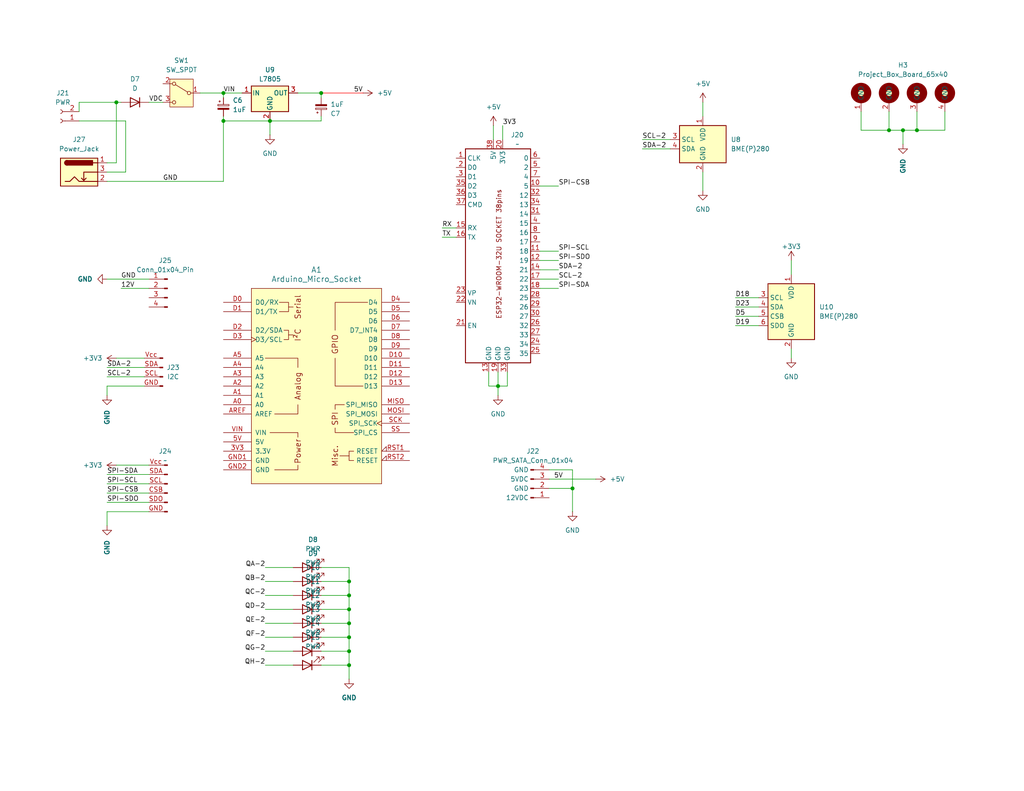
<source format=kicad_sch>
(kicad_sch (version 20231120) (generator "eeschema") (generator_version "8.0")
  (paper "USLetter")
  (title_block (title "ESP32 Sensor Node") (date "2024-07-03") (rev "v2.0") (comment 1 "ESP32-WROOM-32U DevKit"))
  (lib_symbols
    (symbol "+3V3_2" (power) (pin_numbers hide) (pin_names (offset 0) hide)
      (property "Value" "+3V3" (at 0 3.556 0))
      (symbol "+3V3_2_0_1"
        (polyline (pts (xy -0.762 1.27) (xy 0 2.54)))
        (polyline (pts (xy 0 0) (xy 0 2.54)))
        (polyline (pts (xy 0 2.54) (xy 0.762 1.27)))
      )
      (symbol "+3V3_2_1_1"
        (pin power_in line (at 0 0 90) (length 0) (name "~") (number "1"))
      )
    )
    (symbol "+5V_2" (power) (pin_numbers hide) (pin_names (offset 0) hide)
      (property "Value" "+5V" (at 0 3.556 0))
      (symbol "+5V_2_0_1"
        (polyline (pts (xy -0.762 1.27) (xy 0 2.54)))
        (polyline (pts (xy 0 0) (xy 0 2.54)))
        (polyline (pts (xy 0 2.54) (xy 0.762 1.27)))
      )
      (symbol "+5V_2_1_1"
        (pin power_in line (at 0 0 90) (length 0) (name "~") (number "1"))
      )
    )
    (symbol "Alexander Symbol Library:BME(P)280"
      (property "Reference" "U" (at -7.62 10.16 0))
      (property "Value" "BME(P)280" (at 5.08 10.16 0))
      (symbol "BME(P)280_0_1"
        (rectangle (start -7.62 7.62) (end 5.08 -2.54) (stroke (width 0.254)) (fill (type background)))
      )
      (symbol "BME(P)280_1_1"
        (pin power_in line (at -1.27 10.16 270) (length 2.54) (name "VDD") (number "1"))
        (pin power_out line (at -1.27 -5.08 90) (length 2.54) (name "GND") (number "2"))
        (pin input line (at -10.16 3.81 0) (length 2.54) (name "SCL") (number "3"))
        (pin bidirectional line (at -10.16 1.27 0) (length 2.54) (name "SDA") (number "4"))
      )
    )
    (symbol "Alexander Symbol Library:ESP32-WROOM-32U-38pins"
      (property "Reference" "J20" (at 13.6241 62.23 0))
      (property "Value" "~" (at 13.6241 59.69 0))
      (symbol "ESP32-WROOM-32U-38pins_0_1"
        (rectangle (start 0 58.42) (end 17.78 0) (stroke (width 0.254)))
      )
      (symbol "ESP32-WROOM-32U-38pins_1_1"
        (text "ESP32-WROOM-32U SOCKET 38pins" (at 9.144 29.718 900) (effects (font (size 1.27 1.27))))
        (pin input line (at -2.54 55.88 0) (length 2.54) (name "CLK") (number "1"))
        (pin bidirectional line (at 20.32 48.26 180) (length 2.54) (name "5") (number "10"))
        (pin bidirectional line (at 20.32 30.48 180) (length 2.54) (name "18") (number "11"))
        (pin bidirectional line (at 20.32 27.94 180) (length 2.54) (name "19") (number "12"))
        (pin power_out line (at 6.35 -2.54 90) (length 2.54) (name "GND") (number "13"))
        (pin bidirectional line (at 20.32 25.4 180) (length 2.54) (name "21") (number "14"))
        (pin bidirectional line (at -2.54 36.83 0) (length 2.54) (name "RX") (number "15"))
        (pin bidirectional line (at -2.54 34.29 0) (length 2.54) (name "TX") (number "16"))
        (pin bidirectional line (at 20.32 22.86 180) (length 2.54) (name "22") (number "17"))
        (pin bidirectional line (at 20.32 20.32 180) (length 2.54) (name "23") (number "18"))
        (pin power_out line (at 8.89 -2.54 90) (length 2.54) (name "GND") (number "19"))
        (pin bidirectional line (at -2.54 53.34 0) (length 2.54) (name "D0") (number "2"))
        (pin power_in line (at 10.16 60.96 270) (length 2.54) (name "3V3") (number "20"))
        (pin bidirectional line (at -2.54 10.16 0) (length 2.54) (name "EN") (number "21"))
        (pin bidirectional line (at -2.54 16.51 0) (length 2.54) (name "VN") (number "22"))
        (pin bidirectional line (at -2.54 19.05 0) (length 2.54) (name "VP") (number "23"))
        (pin bidirectional line (at 20.32 5.08 180) (length 2.54) (name "34") (number "24"))
        (pin bidirectional line (at 20.32 2.54 180) (length 2.54) (name "35") (number "25"))
        (pin bidirectional line (at 20.32 10.16 180) (length 2.54) (name "32") (number "26"))
        (pin bidirectional line (at 20.32 7.62 180) (length 2.54) (name "33") (number "27"))
        (pin bidirectional line (at 20.32 17.78 180) (length 2.54) (name "25") (number "28"))
        (pin bidirectional line (at 20.32 15.24 180) (length 2.54) (name "26") (number "29"))
        (pin bidirectional line (at -2.54 50.8 0) (length 2.54) (name "D1") (number "3"))
        (pin bidirectional line (at 20.32 12.7 180) (length 2.54) (name "27") (number "30"))
        (pin bidirectional line (at 20.32 40.64 180) (length 2.54) (name "14") (number "31"))
        (pin bidirectional line (at 20.32 45.72 180) (length 2.54) (name "12") (number "32"))
        (pin power_out line (at 11.43 -2.54 90) (length 2.54) (name "GND") (number "33"))
        (pin bidirectional line (at 20.32 43.18 180) (length 2.54) (name "13") (number "34"))
        (pin bidirectional line (at -2.54 48.26 0) (length 2.54) (name "D2") (number "35"))
        (pin bidirectional line (at -2.54 45.72 0) (length 2.54) (name "D3") (number "36"))
        (pin bidirectional line (at -2.54 43.18 0) (length 2.54) (name "CMD") (number "37"))
        (pin power_in line (at 7.62 60.96 270) (length 2.54) (name "5V") (number "38"))
        (pin bidirectional line (at 20.32 38.1 180) (length 2.54) (name "15") (number "4"))
        (pin bidirectional line (at 20.32 53.34 180) (length 2.54) (name "2") (number "5"))
        (pin bidirectional line (at 20.32 55.88 180) (length 2.54) (name "0") (number "6"))
        (pin bidirectional line (at 20.32 50.8 180) (length 2.54) (name "4") (number "7"))
        (pin bidirectional line (at 20.32 35.56 180) (length 2.54) (name "16") (number "8"))
        (pin bidirectional line (at 20.32 33.02 180) (length 2.54) (name "17") (number "9"))
      )
    )
    (symbol "Alexander_Library_Symbols:BME(P)280"
      (property "Reference" "U" (at -7.62 10.16 0))
      (property "Value" "BME(P)280" (at 5.08 10.16 0))
      (symbol "BME(P)280_0_1"
        (rectangle (start -7.62 7.62) (end 5.08 -7.62) (stroke (width 0.254)) (fill (type background)))
      )
      (symbol "BME(P)280_1_1"
        (pin power_in line (at -1.27 10.16 270) (length 2.54) (name "VDD") (number "1"))
        (pin power_out line (at -1.27 -10.16 90) (length 2.54) (name "GND") (number "2"))
        (pin input line (at -10.16 3.81 0) (length 2.54) (name "SCL") (number "3"))
        (pin bidirectional line (at -10.16 1.27 0) (length 2.54) (name "SDA") (number "4"))
        (pin input line (at -10.16 -1.27 0) (length 2.54) (name "CSB") (number "5"))
        (pin input line (at -10.16 -3.81 0) (length 2.54) (name "SDO") (number "6"))
      )
    )
    (symbol "Alexander_Library_Symbols:Conn_I2C_01x04" (pin_names (offset 1.016) hide)
      (property "Reference" "J" (at 0 5.08 0))
      (property "Value" "I2C" (at 0 -7.62 0))
      (symbol "Conn_I2C_01x04_1_1"
        (polyline (pts (xy 1.27 -5.08) (xy 0.8636 -5.08)) (stroke (width 0.1524)))
        (polyline (pts (xy 1.27 -2.54) (xy 0.8636 -2.54)) (stroke (width 0.1524)))
        (polyline (pts (xy 1.27 0) (xy 0.8636 0)) (stroke (width 0.1524)))
        (polyline (pts (xy 1.27 2.54) (xy 0.8636 2.54)) (stroke (width 0.1524)))
        (rectangle (start 0.8636 -4.953) (end 0 -5.207) (stroke (width 0.1524)) (fill (type outline)))
        (rectangle (start 0.8636 -2.413) (end 0 -2.667) (stroke (width 0.1524)) (fill (type outline)))
        (rectangle (start 0.8636 0.127) (end 0 -0.127) (stroke (width 0.1524)) (fill (type outline)))
        (rectangle (start 0.8636 2.667) (end 0 2.413) (stroke (width 0.1524)) (fill (type outline)))
        (pin power_out line (at 5.08 -5.08 180) (length 3.81) (name "GND") (number "GND"))
        (pin bidirectional line (at 5.08 -2.54 180) (length 3.81) (name "SCL") (number "SCL"))
        (pin bidirectional line (at 5.08 0 180) (length 3.81) (name "SDA") (number "SDA"))
        (pin power_in line (at 5.08 2.54 180) (length 3.81) (name "VCC") (number "Vcc"))
      )
    )
    (symbol "Alexander_Library_Symbols:PWR_SATA_Conn_01x04" (pin_names (offset 1.778)) (exclude_from_sim yes)
      (property "Reference" "J" (at 0 -7.62 0))
      (property "Value" "PWR_SATA_Conn_01x04" (at 0 5.08 0))
      (symbol "PWR_SATA_Conn_01x04_1_1"
        (rectangle (start 0 -4.953) (end 0.8636 -5.207) (stroke (width 0.1524)) (fill (type outline)))
        (rectangle (start 0 -2.413) (end 0.8636 -2.667) (stroke (width 0.1524)) (fill (type outline)))
        (polyline (pts (xy 1.27 -5.08) (xy 0.8636 -5.08)) (stroke (width 0.1524)))
        (polyline (pts (xy 1.27 -2.54) (xy 0.8636 -2.54)) (stroke (width 0.1524)))
        (polyline (pts (xy 1.27 0) (xy 0.8636 0)) (stroke (width 0.1524)))
        (polyline (pts (xy 1.27 2.54) (xy 0.8636 2.54)) (stroke (width 0.1524)))
        (rectangle (start 0 0.127) (end 0.8636 -0.127) (stroke (width 0.1524)) (fill (type outline)))
        (rectangle (start 0 2.667) (end 0.8636 2.413) (stroke (width 0.1524)) (fill (type outline)))
        (pin passive line (at 5.08 -5.08 180) (length 3.81) (name "12VDC") (number "1"))
        (pin passive line (at 5.08 -2.54 180) (length 3.81) (name "GND") (number "2"))
        (pin passive line (at 5.08 0 180) (length 3.81) (name "5VDC") (number "3"))
        (pin passive line (at 5.08 2.54 180) (length 3.81) (name "GND") (number "4"))
      )
    )
    (symbol "Alexander_Library_Symbols:Project_Box_Board_65x40"
      (property "Reference" "H" (at 0 7.62 0))
      (property "Value" "Project_Box_Board_65x40" (at 0 5.08 0))
      (symbol "Project_Box_Board_65x40_0_1"
        (circle (center -11.43 -1.27) (radius 1.27) (fill (type background)))
        (circle (center -11.43 -1.27) (radius 1.7961) (stroke (width 2)))
        (circle (center -3.81 -1.27) (radius 1.27) (fill (type background)))
        (circle (center -3.81 -1.27) (radius 1.7961) (stroke (width 2)))
        (circle (center 3.81 -1.27) (radius 1.27) (fill (type background)))
        (circle (center 3.81 -1.27) (radius 1.7961) (stroke (width 2)))
        (circle (center 11.43 -1.27) (radius 1.27) (fill (type background)))
        (circle (center 11.43 -1.27) (radius 1.7961) (stroke (width 2)))
      )
      (symbol "Project_Box_Board_65x40_1_1"
        (pin passive line (at -11.43 -6.35 90) (length 2.54) (name "GND") (number "1"))
        (pin passive line (at -3.81 -6.35 90) (length 2.54) (name "GND") (number "2"))
        (pin passive line (at 3.81 -6.35 90) (length 2.54) (name "GND") (number "3"))
        (pin passive line (at 11.43 -6.35 90) (length 2.54) (name "GND") (number "4"))
      )
    )
    (symbol "Alexander_Library_Symbols:SW_SPDT" (pin_names (offset 0) hide)
      (property "Reference" "SW" (at 0 5.08 0))
      (property "Value" "SW_SPDT" (at 0 -5.08 0))
      (symbol "SW_SPDT_0_1"
        (circle (center -2.032 0) (radius 0.4572))
        (polyline (pts (xy -1.651 0.254) (xy 1.651 2.286)))
        (circle (center 2.032 -2.54) (radius 0.4572))
        (circle (center 2.032 2.54) (radius 0.4572))
      )
      (symbol "SW_SPDT_1_1"
        (rectangle (start -3.175 3.81) (end 3.175 -3.81) (fill (type background)))
        (pin passive line (at -5.08 0 0) (length 2.54) (name "COM") (number "1"))
        (pin passive line (at 5.08 2.54 180) (length 2.54) (name "A") (number "2"))
        (pin passive line (at 5.08 -2.54 180) (length 2.54) (name "B") (number "3"))
      )
    )
    (symbol "Conn_01x04_Pin_1" (pin_names (offset 1.016) hide)
      (property "Reference" "J" (at 0 5.08 0))
      (property "Value" "Conn_01x04_Pin" (at 0 -7.62 0))
      (symbol "Conn_01x04_Pin_1_1_1"
        (polyline (pts (xy 1.27 -5.08) (xy 0.8636 -5.08)) (stroke (width 0.1524)))
        (polyline (pts (xy 1.27 -2.54) (xy 0.8636 -2.54)) (stroke (width 0.1524)))
        (polyline (pts (xy 1.27 0) (xy 0.8636 0)) (stroke (width 0.1524)))
        (polyline (pts (xy 1.27 2.54) (xy 0.8636 2.54)) (stroke (width 0.1524)))
        (rectangle (start 0.8636 -4.953) (end 0 -5.207) (stroke (width 0.1524)) (fill (type outline)))
        (rectangle (start 0.8636 -2.413) (end 0 -2.667) (stroke (width 0.1524)) (fill (type outline)))
        (rectangle (start 0.8636 0.127) (end 0 -0.127) (stroke (width 0.1524)) (fill (type outline)))
        (rectangle (start 0.8636 2.667) (end 0 2.413) (stroke (width 0.1524)) (fill (type outline)))
        (pin passive line (at 5.08 2.54 180) (length 3.81) (name "Pin_1") (number "1"))
        (pin passive line (at 5.08 0 180) (length 3.81) (name "Pin_2") (number "2"))
        (pin passive line (at 5.08 -2.54 180) (length 3.81) (name "Pin_3") (number "3"))
        (pin passive line (at 5.08 -5.08 180) (length 3.81) (name "Pin_4") (number "4"))
      )
    )
    (symbol "Conn_SPI_1" (pin_names hide)
      (property "Reference" "J" (at 0 0 0))
      (symbol "Conn_SPI_1_1_1"
        (polyline (pts (xy 1.27 5.08) (xy 0.8636 5.08)) (stroke (width 0.1524)))
        (polyline (pts (xy 1.27 7.62) (xy 0.8636 7.62)) (stroke (width 0.1524)))
        (polyline (pts (xy 1.27 10.16) (xy 0.8636 10.16)) (stroke (width 0.1524)))
        (polyline (pts (xy 1.27 12.7) (xy 0.8636 12.7)) (stroke (width 0.1524)))
        (polyline (pts (xy 1.27 15.24) (xy 0.8636 15.24)) (stroke (width 0.1524)))
        (polyline (pts (xy 1.27 17.78) (xy 0.8636 17.78)) (stroke (width 0.1524)))
        (rectangle (start 0 10.287) (end 0.8636 10.033) (stroke (width 0.1524)) (fill (type outline)))
        (rectangle (start 0 12.827) (end 0.8636 12.573) (stroke (width 0.1524)) (fill (type outline)))
        (rectangle (start 0.8636 5.207) (end 0 4.953) (stroke (width 0.1524)) (fill (type outline)))
        (rectangle (start 0.8636 7.747) (end 0 7.493) (stroke (width 0.1524)) (fill (type outline)))
        (rectangle (start 0.8636 15.367) (end 0 15.113) (stroke (width 0.1524)) (fill (type outline)))
        (rectangle (start 0.8636 17.907) (end 0 17.653) (stroke (width 0.1524)) (fill (type outline)))
        (pin bidirectional line (at 5.08 10.16 180) (length 3.81) (name "CSB") (number "CSB"))
        (pin power_out line (at 5.08 5.08 180) (length 3.81) (name "GND") (number "GND"))
        (pin bidirectional line (at 5.08 12.7 180) (length 3.81) (name "SCL") (number "SCL"))
        (pin bidirectional line (at 5.08 15.24 180) (length 3.81) (name "SDA") (number "SDA"))
        (pin bidirectional line (at 5.08 7.62 180) (length 3.81) (name "SDO") (number "SDO"))
        (pin power_in line (at 5.08 17.78 180) (length 3.81) (name "VCC") (number "Vcc"))
      )
    )
    (symbol "Connector:Barrel_Jack_Switch" (pin_names hide)
      (property "Reference" "J" (at 0 5.334 0))
      (property "Value" "Barrel_Jack_Switch" (at 0 -5.08 0))
      (symbol "Barrel_Jack_Switch_0_1"
        (rectangle (start -5.08 3.81) (end 5.08 -3.81) (stroke (width 0.254)) (fill (type background)))
        (arc (start -3.302 3.175) (mid -3.9343 2.54) (end -3.302 1.905) (stroke (width 0.254)))
        (arc (start -3.302 3.175) (mid -3.9343 2.54) (end -3.302 1.905) (stroke (width 0.254)) (fill (type outline)))
        (polyline (pts (xy 1.27 -2.286) (xy 1.905 -1.651)) (stroke (width 0.254)))
        (polyline (pts (xy 5.08 2.54) (xy 3.81 2.54)) (stroke (width 0.254)))
        (polyline (pts (xy 5.08 0) (xy 1.27 0) (xy 1.27 -2.286) (xy 0.635 -1.651)) (stroke (width 0.254)))
        (polyline (pts (xy -3.81 -2.54) (xy -2.54 -2.54) (xy -1.27 -1.27) (xy 0 -2.54) (xy 2.54 -2.54) (xy 5.08 -2.54)) (stroke (width 0.254)))
        (rectangle (start 3.683 3.175) (end -3.302 1.905) (stroke (width 0.254)) (fill (type outline)))
      )
      (symbol "Barrel_Jack_Switch_1_1"
        (pin passive line (at 7.62 2.54 180) (length 2.54) (name "~") (number "1"))
        (pin passive line (at 7.62 -2.54 180) (length 2.54) (name "~") (number "2"))
        (pin passive line (at 7.62 0 180) (length 2.54) (name "~") (number "3"))
      )
    )
    (symbol "Connector:Conn_01x02_Socket" (pin_names (offset 1.016) hide)
      (property "Reference" "J" (at 0 2.54 0))
      (property "Value" "Conn_01x02_Socket" (at 0 -5.08 0))
      (symbol "Conn_01x02_Socket_1_1"
        (arc (start 0 -2.032) (mid -0.5058 -2.54) (end 0 -3.048) (stroke (width 0.1524)))
        (polyline (pts (xy -1.27 -2.54) (xy -0.508 -2.54)) (stroke (width 0.1524)))
        (polyline (pts (xy -1.27 0) (xy -0.508 0)) (stroke (width 0.1524)))
        (arc (start 0 0.508) (mid -0.5058 0) (end 0 -0.508) (stroke (width 0.1524)))
        (pin passive line (at -5.08 0 0) (length 3.81) (name "Pin_1") (number "1"))
        (pin passive line (at -5.08 -2.54 0) (length 3.81) (name "Pin_2") (number "2"))
      )
    )
    (symbol "Device:C_Polarized_Small" (pin_numbers hide) (pin_names (offset 0.254) hide)
      (property "Reference" "C" (at 0.254 1.778 0))
      (property "Value" "C_Polarized_Small" (at 0.254 -2.032 0))
      (symbol "C_Polarized_Small_0_1"
        (rectangle (start -1.524 -0.3048) (end 1.524 -0.6858) (fill (type outline)))
        (rectangle (start -1.524 0.6858) (end 1.524 0.3048))
        (polyline (pts (xy -1.27 1.524) (xy -0.762 1.524)))
        (polyline (pts (xy -1.016 1.27) (xy -1.016 1.778)))
      )
      (symbol "C_Polarized_Small_1_1"
        (pin passive line (at 0 2.54 270) (length 1.8542) (name "~") (number "1"))
        (pin passive line (at 0 -2.54 90) (length 1.8542) (name "~") (number "2"))
      )
    )
    (symbol "Device:D" (pin_numbers hide) (pin_names (offset 1.016) hide)
      (property "Reference" "D" (at 0 2.54 0))
      (property "Value" "D" (at 0 -2.54 0))
      (symbol "D_0_1"
        (polyline (pts (xy -1.27 1.27) (xy -1.27 -1.27)) (stroke (width 0.254)))
        (polyline (pts (xy 1.27 0) (xy -1.27 0)))
        (polyline (pts (xy 1.27 1.27) (xy 1.27 -1.27) (xy -1.27 0) (xy 1.27 1.27)) (stroke (width 0.254)))
      )
      (symbol "D_1_1"
        (pin passive line (at -3.81 0 0) (length 2.54) (name "K") (number "1"))
        (pin passive line (at 3.81 0 180) (length 2.54) (name "A") (number "2"))
      )
    )
    (symbol "Device:LED" (pin_numbers hide) (pin_names (offset 1.016) hide)
      (property "Reference" "D" (at 0 2.54 0))
      (property "Value" "LED" (at 0 -2.54 0))
      (symbol "LED_0_1"
        (polyline (pts (xy -1.27 -1.27) (xy -1.27 1.27)) (stroke (width 0.254)))
        (polyline (pts (xy -1.27 0) (xy 1.27 0)))
        (polyline (pts (xy 1.27 -1.27) (xy 1.27 1.27) (xy -1.27 0) (xy 1.27 -1.27)) (stroke (width 0.254)))
        (polyline (pts (xy -3.048 -0.762) (xy -4.572 -2.286) (xy -3.81 -2.286) (xy -4.572 -2.286) (xy -4.572 -1.524)))
        (polyline (pts (xy -1.778 -0.762) (xy -3.302 -2.286) (xy -2.54 -2.286) (xy -3.302 -2.286) (xy -3.302 -1.524)))
      )
      (symbol "LED_1_1"
        (pin passive line (at -3.81 0 0) (length 2.54) (name "K") (number "1"))
        (pin passive line (at 3.81 0 180) (length 2.54) (name "A") (number "2"))
      )
    )
    (symbol "GND_4" (power) (pin_numbers hide) (pin_names (offset 0) hide)
      (property "Value" "GND" (at 0 -3.81 0))
      (symbol "GND_4_0_1"
        (polyline (pts (xy 0 0) (xy 0 -1.27) (xy 1.27 -1.27) (xy 0 -2.54) (xy -1.27 -1.27) (xy 0 -1.27)))
      )
      (symbol "GND_4_1_1"
        (pin power_in line (at 0 0 270) (length 0) (name "~") (number "1"))
      )
    )
    (symbol "GND_7" (power) (pin_numbers hide) (pin_names (offset 0) hide)
      (property "Value" "GND" (at 0 -3.81 0))
      (symbol "GND_7_0_1"
        (polyline (pts (xy 0 0) (xy 0 -1.27) (xy 1.27 -1.27) (xy 0 -2.54) (xy -1.27 -1.27) (xy 0 -1.27)))
      )
      (symbol "GND_7_1_1"
        (pin power_in line (at 0 0 270) (length 0) (name "~") (number "1"))
      )
    )
    (symbol "PCM_arduino-library:Arduino_Micro_Socket" (pin_names (offset 1.016))
      (property "Reference" "A" (at 0 33.02 0))
      (property "Value" "Arduino_Micro_Socket" (at 0 29.21 0))
      (symbol "Arduino_Micro_Socket_0_0"
        (rectangle (start -17.78 26.67) (end 17.78 -26.67) (fill (type background)))
        (polyline (pts (xy -7.62 13.97) (xy -6.35 13.97)))
        (polyline (pts (xy -7.62 21.59) (xy -6.35 21.59)))
        (polyline (pts (xy 8.89 -19.05) (xy 6.35 -19.05)))
        (polyline (pts (xy -11.43 -22.86) (xy -5.08 -22.86) (xy -5.08 -21.59)))
        (polyline (pts (xy -5.08 -13.97) (xy -5.08 -12.7) (xy -12.7 -12.7)))
        (polyline (pts (xy -5.08 -5.08) (xy -5.08 -7.62) (xy -11.43 -7.62)))
        (polyline (pts (xy -5.08 5.08) (xy -5.08 7.62) (xy -13.97 7.62)))
        (polyline (pts (xy 5.08 -11.43) (xy 5.08 -12.7) (xy 10.16 -12.7)))
        (polyline (pts (xy 5.08 7.62) (xy 5.08 0) (xy 12.7 0)))
        (polyline (pts (xy 7.62 -5.08) (xy 5.08 -5.08) (xy 5.08 -6.35)))
        (polyline (pts (xy 13.97 22.86) (xy 5.08 22.86) (xy 5.08 15.24)))
        (polyline (pts (xy -10.16 22.86) (xy -7.62 22.86) (xy -7.62 20.32) (xy -10.16 20.32)))
        (polyline (pts (xy -8.89 15.24) (xy -7.62 15.24) (xy -7.62 12.7) (xy -8.89 12.7)))
        (text "Analog" (at -5.08 0 900) (effects (font (size 1.524 1.524))))
        (text "I²C" (at -5.08 13.97 900) (effects (font (size 1.524 1.524))))
        (text "Misc." (at 5.08 -19.05 900) (effects (font (size 1.524 1.524))))
        (text "Power" (at -5.08 -17.78 900) (effects (font (size 1.524 1.524))))
        (text "Serial" (at -5.08 21.59 900) (effects (font (size 1.524 1.524))))
        (text "SPI" (at 5.08 -8.89 900) (effects (font (size 1.524 1.524))))
      )
      (symbol "Arduino_Micro_Socket_0_1"
        (polyline (pts (xy 10.16 -17.78) (xy 8.89 -17.78) (xy 8.89 -20.32) (xy 10.16 -20.32)))
      )
      (symbol "Arduino_Micro_Socket_1_0"
        (text "GPIO" (at 5.08 11.43 900) (effects (font (size 1.524 1.524))))
      )
      (symbol "Arduino_Micro_Socket_1_1"
        (pin power_out line (at -25.4 -17.78 0) (length 7.62) (name "3.3V") (number "3V3"))
        (pin power_in line (at -25.4 -15.24 0) (length 7.62) (name "5V") (number "5V"))
        (pin bidirectional line (at -25.4 -5.08 0) (length 7.62) (name "A0") (number "A0"))
        (pin bidirectional line (at -25.4 -2.54 0) (length 7.62) (name "A1") (number "A1"))
        (pin bidirectional line (at -25.4 0 0) (length 7.62) (name "A2") (number "A2"))
        (pin bidirectional line (at -25.4 2.54 0) (length 7.62) (name "A3") (number "A3"))
        (pin bidirectional line (at -25.4 5.08 0) (length 7.62) (name "A4") (number "A4"))
        (pin bidirectional line (at -25.4 7.62 0) (length 7.62) (name "A5") (number "A5"))
        (pin input line (at -25.4 -7.62 0) (length 7.62) (name "AREF") (number "AREF"))
        (pin bidirectional line (at -25.4 22.86 0) (length 7.62) (name "D0/RX") (number "D0"))
        (pin bidirectional line (at -25.4 20.32 0) (length 7.62) (name "D1/TX") (number "D1"))
        (pin bidirectional line (at 25.4 7.62 180) (length 7.62) (name "D10") (number "D10"))
        (pin bidirectional line (at 25.4 5.08 180) (length 7.62) (name "D11") (number "D11"))
        (pin bidirectional line (at 25.4 2.54 180) (length 7.62) (name "D12") (number "D12"))
        (pin bidirectional line (at 25.4 0 180) (length 7.62) (name "D13") (number "D13"))
        (pin bidirectional line (at -25.4 15.24 0) (length 7.62) (name "D2/SDA") (number "D2"))
        (pin bidirectional clock (at -25.4 12.7 0) (length 7.62) (name "D3/SCL") (number "D3"))
        (pin bidirectional line (at 25.4 22.86 180) (length 7.62) (name "D4") (number "D4"))
        (pin bidirectional line (at 25.4 20.32 180) (length 7.62) (name "D5") (number "D5"))
        (pin bidirectional line (at 25.4 17.78 180) (length 7.62) (name "D6") (number "D6"))
        (pin bidirectional line (at 25.4 15.24 180) (length 7.62) (name "D7_INT4") (number "D7"))
        (pin bidirectional line (at 25.4 12.7 180) (length 7.62) (name "D8") (number "D8"))
        (pin bidirectional line (at 25.4 10.16 180) (length 7.62) (name "D9") (number "D9"))
        (pin power_in line (at -25.4 -20.32 0) (length 7.62) (name "GND") (number "GND1"))
        (pin power_in line (at -25.4 -22.86 0) (length 7.62) (name "GND") (number "GND2"))
        (pin input line (at 25.4 -5.08 180) (length 7.62) (name "SPI_MISO") (number "MISO"))
        (pin output line (at 25.4 -7.62 180) (length 7.62) (name "SPI_MOSI") (number "MOSI"))
        (pin open_collector input_low (at 25.4 -17.78 180) (length 7.62) (name "RESET") (number "RST1"))
        (pin open_collector input_low (at 25.4 -20.32 180) (length 7.62) (name "RESET") (number "RST2"))
        (pin output clock (at 25.4 -10.16 180) (length 7.62) (name "SPI_SCK") (number "SCK"))
        (pin bidirectional line (at 25.4 -12.7 180) (length 7.62) (name "SPI_CS") (number "SS"))
        (pin power_in line (at -25.4 -12.7 0) (length 7.62) (name "VIN") (number "VIN"))
      )
    )
    (symbol "Regulator_Linear:L7805" (pin_names (offset 0.254))
      (property "Reference" "U4" (at 0 6.35 0))
      (property "Value" "L7805" (at 0 3.81 0))
      (symbol "L7805_0_1"
        (rectangle (start -5.08 1.905) (end 5.08 -5.08) (stroke (width 0.254)) (fill (type background)))
      )
      (symbol "L7805_1_1"
        (pin power_in line (at -7.62 0 0) (length 2.54) (name "IN") (number "1"))
        (pin power_in line (at 0 -7.62 90) (length 2.54) (name "GND") (number "2"))
        (pin power_out line (at 7.62 0 180) (length 2.54) (name "OUT") (number "3"))
      )
    )
    (symbol "power:+3V3" (power) (pin_names (offset 0))
      (property "Value" "+3V3" (at 0 3.556 0))
      (symbol "+3V3_0_1"
        (polyline (pts (xy -0.762 1.27) (xy 0 2.54)))
        (polyline (pts (xy 0 0) (xy 0 2.54)))
        (polyline (pts (xy 0 2.54) (xy 0.762 1.27)))
      )
      (symbol "+3V3_1_1"
        (pin power_in line (at 0 0 90) (length 0) hide (name "+3V3") (number "1"))
      )
    )
    (symbol "power:GND" (power) (pin_names (offset 0))
      (property "Value" "GND" (at 0 -3.81 0))
      (symbol "GND_0_1"
        (polyline (pts (xy 0 0) (xy 0 -1.27) (xy 1.27 -1.27) (xy 0 -2.54) (xy -1.27 -1.27) (xy 0 -1.27)))
      )
      (symbol "GND_1_1"
        (pin power_in line (at 0 0 270) (length 0) hide (name "GND") (number "1"))
      )
    )
  )
  (junction (at 95.25 158.75))
  (junction (at 95.25 166.37))
  (junction (at 60.96 33.02))
  (junction (at 242.57 35.56))
  (junction (at 95.25 162.56))
  (junction (at 87.63 25.4))
  (junction (at 95.25 177.8))
  (junction (at 250.19 35.56))
  (junction (at 135.89 105.41))
  (junction (at 156.21 133.35))
  (junction (at 31.75 27.94))
  (junction (at 95.25 173.99))
  (junction (at 95.25 181.61))
  (junction (at 95.25 170.18))
  (junction (at 73.66 33.02))
  (junction (at 246.38 35.56))
  (junction (at 60.96 25.4))
  (wire (pts (xy 29.21 134.62) (xy 40.64 134.62)))
  (wire (pts (xy 147.32 68.58) (xy 152.4 68.58)))
  (wire (pts (xy 95.25 181.61) (xy 95.25 185.42)))
  (wire (pts (xy 147.32 78.74) (xy 152.4 78.74)))
  (wire (pts (xy 87.63 166.37) (xy 95.25 166.37)))
  (wire (pts (xy 95.25 173.99) (xy 95.25 177.8)))
  (wire (pts (xy 200.66 83.82) (xy 207.01 83.82)))
  (wire (pts (xy 60.96 25.4) (xy 66.04 25.4)))
  (wire (pts (xy 95.25 154.94) (xy 95.25 158.75)))
  (wire (pts (xy 246.38 39.37) (xy 246.38 35.56)))
  (wire (pts (xy 29.21 76.2) (xy 40.64 76.2)))
  (wire (pts (xy 134.62 34.29) (xy 134.62 38.1)))
  (wire (pts (xy 257.81 35.56) (xy 250.19 35.56)))
  (wire (pts (xy 147.32 50.8) (xy 152.4 50.8)))
  (wire (pts (xy 72.39 166.37) (xy 80.01 166.37)))
  (wire (pts (xy 133.35 105.41) (xy 135.89 105.41)))
  (wire (pts (xy 120.65 64.77) (xy 124.46 64.77)))
  (wire (pts (xy 147.32 76.2) (xy 152.4 76.2)))
  (wire (pts (xy 87.63 33.02) (xy 73.66 33.02)))
  (wire (pts (xy 257.81 30.48) (xy 257.81 35.56)))
  (wire (pts (xy 29.21 137.16) (xy 40.64 137.16)))
  (wire (pts (xy 72.39 181.61) (xy 80.01 181.61)))
  (wire (pts (xy 147.32 73.66) (xy 152.4 73.66)))
  (wire (pts (xy 191.77 46.99) (xy 191.77 52.07)))
  (wire (pts (xy 34.29 33.02) (xy 34.29 46.99)))
  (wire (pts (xy 135.89 105.41) (xy 135.89 107.95)))
  (wire (pts (xy 87.63 181.61) (xy 95.25 181.61)))
  (wire (pts (xy 60.96 26.67) (xy 60.96 25.4)))
  (wire (pts (xy 72.39 158.75) (xy 80.01 158.75)))
  (wire (pts (xy 95.25 177.8) (xy 95.25 181.61)))
  (wire (pts (xy 215.9 95.25) (xy 215.9 97.79)))
  (wire (pts (xy 133.35 101.6) (xy 133.35 105.41)))
  (wire (pts (xy 156.21 128.27) (xy 156.21 133.35)))
  (wire (pts (xy 29.21 100.33) (xy 39.37 100.33)))
  (wire (pts (xy 72.39 173.99) (xy 80.01 173.99)))
  (wire (pts (xy 87.63 177.8) (xy 95.25 177.8)))
  (wire (pts (xy 87.63 158.75) (xy 95.25 158.75)))
  (wire (pts (xy 175.26 40.64) (xy 182.88 40.64)))
  (wire (pts (xy 156.21 133.35) (xy 156.21 139.7)))
  (wire (pts (xy 200.66 88.9) (xy 207.01 88.9)))
  (wire (pts (xy 149.86 130.81) (xy 162.56 130.81)))
  (wire (pts (xy 138.43 105.41) (xy 135.89 105.41)))
  (wire (pts (xy 29.21 44.45) (xy 31.75 44.45)))
  (wire (pts (xy 29.21 107.95) (xy 29.21 105.41)))
  (wire (pts (xy 21.59 30.48) (xy 21.59 27.94)))
  (wire (pts (xy 81.28 25.4) (xy 87.63 25.4)))
  (wire (pts (xy 87.63 25.4) (xy 87.63 26.67)))
  (wire (pts (xy 242.57 30.48) (xy 242.57 35.56)))
  (wire (pts (xy 34.29 46.99) (xy 29.21 46.99)))
  (wire (pts (xy 87.63 31.75) (xy 87.63 33.02)))
  (wire (pts (xy 31.75 44.45) (xy 31.75 27.94)))
  (wire (pts (xy 21.59 33.02) (xy 34.29 33.02)))
  (wire (pts (xy 87.63 25.4) (xy 99.06 25.4)) (stroke (width 0) (color 255 0 0 1)))
  (wire (pts (xy 149.86 133.35) (xy 156.21 133.35)))
  (wire (pts (xy 95.25 166.37) (xy 95.25 170.18)))
  (wire (pts (xy 29.21 139.7) (xy 40.64 139.7)))
  (wire (pts (xy 31.75 97.79) (xy 39.37 97.79)))
  (wire (pts (xy 60.96 33.02) (xy 73.66 33.02)))
  (wire (pts (xy 120.65 62.23) (xy 124.46 62.23)))
  (wire (pts (xy 215.9 71.12) (xy 215.9 74.93)))
  (wire (pts (xy 138.43 101.6) (xy 138.43 105.41)))
  (wire (pts (xy 21.59 27.94) (xy 31.75 27.94)))
  (wire (pts (xy 137.16 34.29) (xy 137.16 38.1)))
  (wire (pts (xy 72.39 162.56) (xy 80.01 162.56)))
  (wire (pts (xy 191.77 27.94) (xy 191.77 31.75)))
  (wire (pts (xy 54.61 25.4) (xy 60.96 25.4)))
  (wire (pts (xy 40.64 27.94) (xy 44.45 27.94)))
  (wire (pts (xy 73.66 33.02) (xy 73.66 36.83)))
  (wire (pts (xy 60.96 49.53) (xy 60.96 33.02)))
  (wire (pts (xy 147.32 71.12) (xy 152.4 71.12)))
  (wire (pts (xy 149.86 128.27) (xy 156.21 128.27)))
  (wire (pts (xy 250.19 35.56) (xy 246.38 35.56)))
  (wire (pts (xy 135.89 101.6) (xy 135.89 105.41)))
  (wire (pts (xy 31.75 127) (xy 40.64 127)))
  (wire (pts (xy 72.39 177.8) (xy 80.01 177.8)))
  (wire (pts (xy 80.01 154.94) (xy 72.39 154.94)))
  (wire (pts (xy 60.96 31.75) (xy 60.96 33.02)))
  (wire (pts (xy 95.25 170.18) (xy 95.25 173.99)))
  (wire (pts (xy 95.25 158.75) (xy 95.25 162.56)))
  (wire (pts (xy 200.66 86.36) (xy 207.01 86.36)))
  (wire (pts (xy 31.75 27.94) (xy 33.02 27.94)))
  (wire (pts (xy 200.66 81.28) (xy 207.01 81.28)))
  (wire (pts (xy 29.21 143.51) (xy 29.21 139.7)))
  (wire (pts (xy 242.57 35.56) (xy 246.38 35.56)))
  (wire (pts (xy 72.39 170.18) (xy 80.01 170.18)))
  (wire (pts (xy 175.26 38.1) (xy 182.88 38.1)))
  (wire (pts (xy 234.95 30.48) (xy 234.95 35.56)))
  (wire (pts (xy 95.25 162.56) (xy 95.25 166.37)))
  (wire (pts (xy 29.21 49.53) (xy 60.96 49.53)))
  (wire (pts (xy 87.63 162.56) (xy 95.25 162.56)))
  (wire (pts (xy 250.19 30.48) (xy 250.19 35.56)))
  (wire (pts (xy 87.63 173.99) (xy 95.25 173.99)))
  (wire (pts (xy 29.21 105.41) (xy 39.37 105.41)))
  (wire (pts (xy 87.63 154.94) (xy 95.25 154.94)))
  (wire (pts (xy 29.21 132.08) (xy 40.64 132.08)))
  (wire (pts (xy 33.02 78.74) (xy 40.64 78.74)))
  (wire (pts (xy 29.21 129.54) (xy 40.64 129.54)))
  (wire (pts (xy 29.21 102.87) (xy 39.37 102.87)))
  (wire (pts (xy 87.63 170.18) (xy 95.25 170.18)))
  (wire (pts (xy 234.95 35.56) (xy 242.57 35.56)))
  (label "SDA-2" (at 175.26 40.64 0))
  (label "SPI-SCL" (at 29.21 132.08 0))
  (label "5V" (at 96.52 25.4 0))
  (label "GND" (at 44.45 49.53 0))
  (label "QG-2" (at 72.39 177.8 180))
  (label "QA-2" (at 72.39 154.94 180))
  (label "SPI-CSB" (at 152.4 50.8 0))
  (label "QH-2" (at 72.39 181.61 180))
  (label "3V3" (at 137.16 34.29 0))
  (label "SCL-2" (at 152.4 76.2 0))
  (label "SPI-SDO" (at 152.4 71.12 0))
  (label "QF-2" (at 72.39 173.99 180))
  (label "VIN" (at 60.96 25.4 0))
  (label "QB-2" (at 72.39 158.75 180))
  (label "SPI-CSB" (at 29.21 134.62 0))
  (label "SPI-SDA" (at 152.4 78.74 0))
  (label "SPI-SDO" (at 29.21 137.16 0))
  (label "5V" (at 151.13 130.81 0))
  (label "SDA-2" (at 29.21 100.33 0))
  (label "D18" (at 200.66 81.28 0))
  (label "QD-2" (at 72.39 166.37 180))
  (label "D5" (at 200.66 86.36 0))
  (label "SCL-2" (at 29.21 102.87 0))
  (label "SDA-2" (at 152.4 73.66 0))
  (label "D23" (at 200.66 83.82 0))
  (label "SCL-2" (at 175.26 38.1 0))
  (label "GND" (at 33.02 76.2 0))
  (label "RX" (at 120.65 62.23 0))
  (label "TX" (at 120.65 64.77 0))
  (label "QE-2" (at 72.39 170.18 180))
  (label "QC-2" (at 72.39 162.56 180))
  (label "D19" (at 200.66 88.9 0))
  (label "SPI-SDA" (at 29.21 129.54 0))
  (label "SPI-SCL" (at 152.4 68.58 0))
  (label "12V" (at 33.02 78.74 0))
  (label "VDC" (at 40.64 27.94 0))
  (symbol (lib_id "Device:LED") (at 83.82 170.18 180) (unit 1) (on_board no)
    (property "Reference" "D12" (at 85.4075 162.56 0))
    (property "Value" "PWR" (at 85.4075 165.1 0))
    (property "Footprint" "LED_SMD:LED_1210_3225Metric_Pad1.42x2.65mm_HandSolder" (effects (hide yes)))
    (property "Description" "Light emitting diode" (effects (hide yes)))
  )
  (symbol (lib_name "GND_4") (lib_id "power:GND") (at 95.25 185.42 0) (unit 1)
    (property "Reference" "#PWR040" (effects (hide yes)))
    (property "Value" "GND" (at 95.25 190.5 0) (effects (font (bold yes))))
    (property "Description" "Power symbol creates a global label with name \"GND\" , ground" (effects (hide yes)))
  )
  (symbol (lib_id "Device:LED") (at 83.82 181.61 180) (unit 1) (on_board no)
    (property "Reference" "D15" (at 85.4075 173.99 0))
    (property "Value" "PWR" (at 85.4075 176.53 0))
    (property "Footprint" "LED_SMD:LED_1210_3225Metric_Pad1.42x2.65mm_HandSolder" (effects (hide yes)))
    (property "Description" "Light emitting diode" (effects (hide yes)))
  )
  (symbol (lib_id "Alexander_Library_Symbols:Conn_I2C_01x04") (at 44.45 100.33 0) (mirror y) (unit 1)
    (property "Reference" "J23" (at 47.244 100.33 0))
    (property "Value" "I2C" (at 47.244 102.87 0))
    (property "Footprint" "Alexander Footprint Library:Conn_I2C" (effects (hide yes)))
  )
  (symbol (lib_id "Alexander Symbol Library:ESP32-WROOM-32U-38pins") (at 127 99.06 0) (unit 1)
    (property "Reference" "J20" (at 139.3541 36.83 0) (effects (justify left)))
    (property "Value" "~" (at 140.6241 39.37 0) (effects (justify left)))
    (property "Footprint" "Alexander Footprint Library:Conn_ESP32_WROOM-DevKit-38pins" (effects (hide yes)))
    (property "Description" "Connector ESP32 WROOM 32D Module 38pins anthena" (effects (hide yes)))
  )
  (symbol (lib_id "Device:C_Polarized_Small") (at 60.96 29.21 0) (unit 1)
    (property "Reference" "C6" (at 63.5 27.3939 0) (effects (justify left)))
    (property "Value" "1uF" (at 63.5 29.9339 0) (effects (justify left)))
    (property "Footprint" "Capacitor_THT:CP_Radial_D4.0mm_P2.00mm" (effects (hide yes)))
  )
  (symbol (lib_id "Device:D") (at 36.83 27.94 180) (unit 1)
    (property "Reference" "D7" (at 36.83 21.59 0))
    (property "Value" "D" (at 36.83 24.13 0))
    (property "Footprint" "Diode_SMD:D_1210_3225Metric" (effects (hide yes)))
    (property "Description" "Diode" (effects (hide yes)))
    (property "Sim.Device" "D" (effects (hide yes)))
    (property "Sim.Pins" "1=K 2=A" (effects (hide yes)))
  )
  (symbol (lib_name "+5V_2") (lib_id "power:+5V") (at 99.06 25.4 270) (unit 1)
    (property "Reference" "#PWR039" (effects (hide yes)))
    (property "Value" "+5V" (at 102.87 25.3999 90) (effects (justify left)))
    (property "Description" "Power symbol creates a global label with name \"+5V\"" (effects (hide yes)))
  )
  (symbol (lib_id "power:GND") (at 29.21 76.2 270) (unit 1)
    (property "Reference" "#PWR036" (effects (hide yes)))
    (property "Value" "GND" (at 25.4 76.2 90) (effects (font (bold yes)) (justify right)))
  )
  (symbol (lib_id "Device:LED") (at 83.82 177.8 180) (unit 1) (on_board no)
    (property "Reference" "D14" (at 85.4075 170.18 0))
    (property "Value" "PWR" (at 85.4075 172.72 0))
    (property "Footprint" "LED_SMD:LED_1210_3225Metric_Pad1.42x2.65mm_HandSolder" (effects (hide yes)))
    (property "Description" "Light emitting diode" (effects (hide yes)))
  )
  (symbol (lib_name "+5V_2") (lib_id "power:+5V") (at 162.56 130.81 270) (unit 1)
    (property "Reference" "#PWR034" (effects (hide yes)))
    (property "Value" "+5V" (at 166.37 130.8099 90) (effects (justify left)))
    (property "Description" "Power symbol creates a global label with name \"+5V\"" (effects (hide yes)))
  )
  (symbol (lib_name "+5V_2") (lib_id "power:+5V") (at 191.77 27.94 0) (unit 1)
    (property "Reference" "#PWR031" (effects (hide yes)))
    (property "Value" "+5V" (at 191.77 22.86 0))
    (property "Description" "Power symbol creates a global label with name \"+5V\"" (effects (hide yes)))
  )
  (symbol (lib_id "power:+3V3") (at 31.75 97.79 90) (unit 1)
    (property "Reference" "#PWR038" (effects (hide yes)))
    (property "Value" "+3V3" (at 27.94 97.79 90) (effects (justify left)))
  )
  (symbol (lib_id "power:GND") (at 246.38 39.37 0) (unit 1)
    (property "Reference" "#PWR045" (effects (hide yes)))
    (property "Value" "GND" (at 246.38 43.18 90) (effects (font (bold yes)) (justify right)))
  )
  (symbol (lib_id "Device:LED") (at 83.82 166.37 180) (unit 1) (on_board no)
    (property "Reference" "D11" (at 85.4075 158.75 0))
    (property "Value" "PWR" (at 85.4075 161.29 0))
    (property "Footprint" "LED_SMD:LED_1210_3225Metric_Pad1.42x2.65mm_HandSolder" (effects (hide yes)))
    (property "Description" "Light emitting diode" (effects (hide yes)))
  )
  (symbol (lib_id "power:GND") (at 29.21 107.95 0) (unit 1)
    (property "Reference" "#PWR037" (effects (hide yes)))
    (property "Value" "GND" (at 29.21 111.76 90) (effects (font (bold yes)) (justify right)))
  )
  (symbol (lib_id "PCM_arduino-library:Arduino_Micro_Socket") (at 86.36 105.41 0) (unit 1) (on_board no)
    (property "Reference" "A1" (at 86.36 73.66 0) (effects (font (size 1.524 1.524))))
    (property "Value" "Arduino_Micro_Socket" (at 86.36 76.2 0) (effects (font (size 1.524 1.524))))
    (property "Footprint" "PCM_arduino-library:Arduino_Micro_Socket" (effects (hide yes)))
    (property "Datasheet" "https://docs.arduino.cc/hardware/micro" (effects (hide yes)))
    (property "Description" "Socket for Arduino Micro" (effects (hide yes)))
  )
  (symbol (lib_id "power:GND") (at 191.77 52.07 0) (unit 1)
    (property "Reference" "#PWR032" (effects (hide yes)))
    (property "Value" "GND" (at 191.77 57.15 0))
  )
  (symbol (lib_id "power:GND") (at 29.21 143.51 0) (unit 1)
    (property "Reference" "#PWR041" (effects (hide yes)))
    (property "Value" "GND" (at 29.21 147.32 90) (effects (font (bold yes)) (justify right)))
  )
  (symbol (lib_name "Conn_01x04_Pin_1") (lib_id "Connector:Conn_01x04_Pin") (at 45.72 78.74 0) (mirror y) (unit 1)
    (property "Reference" "J25" (at 45.085 71.12 0))
    (property "Value" "Conn_01x04_Pin" (at 45.085 73.66 0))
    (property "Footprint" "Connector:FanPinHeader_1x04_P2.54mm_Vertical" (effects (hide yes)))
    (property "Description" "Generic connector, single row, 01x04, script generated" (effects (hide yes)))
  )
  (symbol (lib_name "GND_7") (lib_id "power:GND") (at 73.66 36.83 0) (unit 1)
    (property "Reference" "#PWR035" (effects (hide yes)))
    (property "Value" "GND" (at 73.66 41.91 0))
    (property "Description" "Power symbol creates a global label with name \"GND\" , ground" (effects (hide yes)))
  )
  (symbol (lib_id "Connector:Barrel_Jack_Switch") (at 21.59 46.99 0) (unit 1) (on_board no)
    (property "Reference" "J27" (at 21.59 38.1 0))
    (property "Value" "Power_Jack" (at 21.59 40.64 0))
    (property "Footprint" "Connector_BarrelJack:BarrelJack_Horizontal" (effects (hide yes)))
    (property "Description" "DC Barrel Jack with an internal switch" (effects (hide yes)))
  )
  (symbol (lib_name "GND_7") (lib_id "power:GND") (at 156.21 139.7 0) (unit 1)
    (property "Reference" "#PWR033" (effects (hide yes)))
    (property "Value" "GND" (at 156.21 144.78 0))
    (property "Description" "Power symbol creates a global label with name \"GND\" , ground" (effects (hide yes)))
  )
  (symbol (lib_id "Device:LED") (at 83.82 158.75 180) (unit 1) (on_board no)
    (property "Reference" "D9" (at 85.4075 151.13 0))
    (property "Value" "PWR" (at 85.4075 153.67 0))
    (property "Footprint" "LED_SMD:LED_1210_3225Metric_Pad1.42x2.65mm_HandSolder" (effects (hide yes)))
    (property "Description" "Light emitting diode" (effects (hide yes)))
  )
  (symbol (lib_id "Device:LED") (at 83.82 162.56 180) (unit 1) (on_board no)
    (property "Reference" "D10" (at 85.4075 154.94 0))
    (property "Value" "PWR" (at 85.4075 157.48 0))
    (property "Footprint" "LED_SMD:LED_1210_3225Metric_Pad1.42x2.65mm_HandSolder" (effects (hide yes)))
    (property "Description" "Light emitting diode" (effects (hide yes)))
  )
  (symbol (lib_id "Connector:Conn_01x02_Socket") (at 16.51 33.02 180) (unit 1)
    (property "Reference" "J21" (at 17.145 25.4 0))
    (property "Value" "PWR" (at 17.145 27.94 0))
    (property "Footprint" "Alexander Footprint Library:SW_Slide-03_7.3x2.5x2.5_P2.54mm" (effects (hide yes)))
  )
  (symbol (lib_id "Alexander_Library_Symbols:Project_Box_Board_65x40") (at 246.38 24.13 0) (unit 1)
    (property "Reference" "H3" (at 246.38 17.78 0))
    (property "Value" "Project_Box_Board_65x40" (at 246.38 20.32 0))
    (property "Footprint" "Alexander Footprint Library:Board_65-40" (effects (hide yes)))
    (property "Description" "3.2mm Diameter Mounting Holes Pads (M3)" (effects (hide yes)))
  )
  (symbol (lib_id "Alexander_Library_Symbols:SW_SPDT") (at 49.53 25.4 0) (mirror y) (unit 1)
    (property "Reference" "SW1" (at 49.53 16.51 0))
    (property "Value" "SW_SPDT" (at 49.53 19.05 0))
    (property "Footprint" "Button_Switch_THT:SW_Slide-03_Wuerth-WS-SLTV_10x2.5x6.4_P2.54mm" (effects (hide yes)))
    (property "Description" "Switch, single pole double throw" (effects (hide yes)))
  )
  (symbol (lib_name "+5V_2") (lib_id "power:+5V") (at 134.62 34.29 0) (unit 1)
    (property "Reference" "#PWR029" (effects (hide yes)))
    (property "Value" "+5V" (at 134.62 29.21 0))
    (property "Description" "Power symbol creates a global label with name \"+5V\"" (effects (hide yes)))
  )
  (symbol (lib_id "Alexander_Library_Symbols:BME(P)280") (at 217.17 85.09 0) (unit 1) (on_board no)
    (property "Reference" "U10" (at 223.52 83.8199 0) (effects (justify left)))
    (property "Value" "BME(P)280" (at 223.52 86.3599 0) (effects (justify left)))
    (property "Footprint" "Alexander Footprint Library:BME280_BMP280_I2C" (effects (hide yes)))
    (property "Description" "Absolute Barometric Pressure Sensor" (effects (hide yes)))
  )
  (symbol (lib_id "power:GND") (at 215.9 97.79 0) (unit 1)
    (property "Reference" "#PWR043" (effects (hide yes)))
    (property "Value" "GND" (at 215.9 102.87 0))
  )
  (symbol (lib_name "Conn_SPI_1") (lib_id "Alexander Symbol Library:Conn_SPI") (at 45.72 144.78 0) (mirror y) (unit 1)
    (property "Reference" "J24" (at 45.085 123.19 0))
    (property "Value" "~" (at 45.085 125.73 0))
    (property "Footprint" "Alexander Footprint Library:Conn_SPI" (effects (hide yes)))
  )
  (symbol (lib_id "Alexander_Library_Symbols:PWR_SATA_Conn_01x04") (at 144.78 130.81 0) (unit 1) (exclude_from_sim yes)
    (property "Reference" "J22" (at 145.415 123.19 0))
    (property "Value" "PWR_SATA_Conn_01x04" (at 145.415 125.73 0))
    (property "Footprint" "Connector_PinSocket_2.54mm:PinSocket_1x04_P2.54mm_Vertical" (effects (hide yes)))
    (property "Description" "Generic connector, single row, 01x04, script generated" (effects (hide yes)))
  )
  (symbol (lib_id "Alexander Symbol Library:BME(P)280") (at 193.04 41.91 0) (unit 1) (on_board no)
    (property "Reference" "U8" (at 199.39 38.0999 0) (effects (justify left)))
    (property "Value" "BME(P)280" (at 199.39 40.6399 0) (effects (justify left)))
    (property "Footprint" "Alexander Footprint Library:BME280_BMP280_I2C" (effects (hide yes)))
    (property "Description" "Absolute Barometric Pressure Sensor" (effects (hide yes)))
  )
  (symbol (lib_id "power:GND") (at 135.89 107.95 0) (unit 1)
    (property "Reference" "#PWR030" (effects (hide yes)))
    (property "Value" "GND" (at 135.89 113.03 0))
  )
  (symbol (lib_id "Device:LED") (at 83.82 173.99 180) (unit 1) (on_board no)
    (property "Reference" "D13" (at 85.4075 166.37 0))
    (property "Value" "PWR" (at 85.4075 168.91 0))
    (property "Footprint" "LED_SMD:LED_1210_3225Metric_Pad1.42x2.65mm_HandSolder" (effects (hide yes)))
    (property "Description" "Light emitting diode" (effects (hide yes)))
  )
  (symbol (lib_id "Device:C_Polarized_Small") (at 87.63 29.21 0) (mirror x) (unit 1)
    (property "Reference" "C7" (at 90.17 31.0261 0) (effects (justify left)))
    (property "Value" "1uF" (at 90.17 28.4861 0) (effects (justify left)))
    (property "Footprint" "Capacitor_THT:CP_Radial_D4.0mm_P2.00mm" (effects (hide yes)))
  )
  (symbol (lib_id "Regulator_Linear:L7805") (at 73.66 25.4 0) (unit 1)
    (property "Reference" "U9" (at 73.66 19.05 0))
    (property "Value" "L7805" (at 73.66 21.59 0))
    (property "Footprint" "Alexander Footprint Library:LD1117" (effects (hide yes)))
    (property "Datasheet" "datasheets/Voltage-Regulator_L7805.pdf" (effects (hide yes)))
    (property "Description" "Voltage Regulator 1.5A Positive" (effects (hide yes)))
  )
  (symbol (lib_id "Device:LED") (at 83.82 154.94 180) (unit 1) (on_board no)
    (property "Reference" "D8" (at 85.4075 147.32 0))
    (property "Value" "PWR" (at 85.4075 149.86 0))
    (property "Footprint" "LED_SMD:LED_1210_3225Metric_Pad1.42x2.65mm_HandSolder" (effects (hide yes)))
    (property "Description" "Light emitting diode" (effects (hide yes)))
  )
  (symbol (lib_name "+3V3_2") (lib_id "power:+3V3") (at 215.9 71.12 0) (unit 1)
    (property "Reference" "#PWR042" (effects (hide yes)))
    (property "Value" "+3V3" (at 215.9 67.31 0))
    (property "Description" "Power symbol creates a global label with name \"+3V3\"" (effects (hide yes)))
  )
  (symbol (lib_id "power:+3V3") (at 31.75 127 90) (unit 1)
    (property "Reference" "#PWR044" (effects (hide yes)))
    (property "Value" "+3V3" (at 27.94 127 90) (effects (justify left)))
  )
)
</source>
